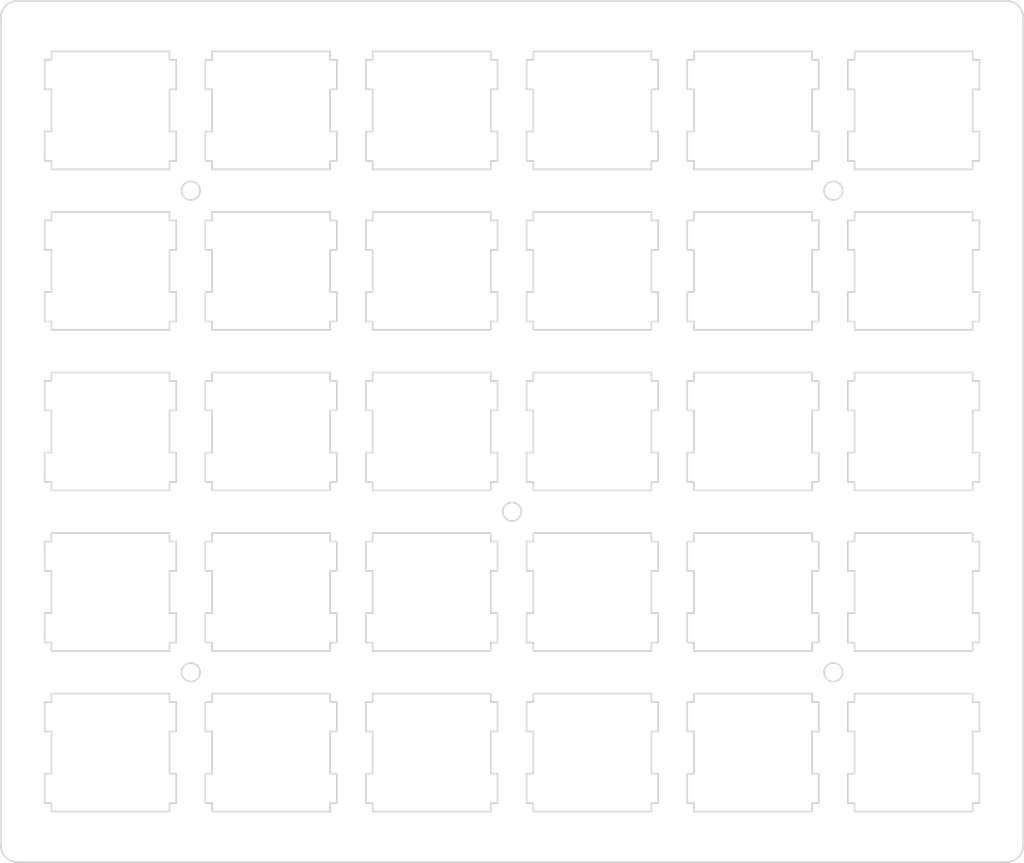
<source format=kicad_pcb>
(kicad_pcb (version 20171130) (host pcbnew 5.1.2)

  (general
    (thickness 1.6)
    (drawings 613)
    (tracks 0)
    (zones 0)
    (modules 0)
    (nets 1)
  )

  (page A4)
  (layers
    (0 F.Cu signal)
    (31 B.Cu signal)
    (32 B.Adhes user)
    (33 F.Adhes user)
    (34 B.Paste user)
    (35 F.Paste user)
    (36 B.SilkS user)
    (37 F.SilkS user)
    (38 B.Mask user)
    (39 F.Mask user)
    (40 Dwgs.User user)
    (41 Cmts.User user)
    (42 Eco1.User user)
    (43 Eco2.User user)
    (44 Edge.Cuts user)
    (45 Margin user)
    (46 B.CrtYd user)
    (47 F.CrtYd user)
    (48 B.Fab user)
    (49 F.Fab user)
  )

  (setup
    (last_trace_width 0.25)
    (trace_clearance 0.2)
    (zone_clearance 0.508)
    (zone_45_only no)
    (trace_min 0.2)
    (via_size 0.8)
    (via_drill 0.4)
    (via_min_size 0.4)
    (via_min_drill 0.3)
    (uvia_size 0.3)
    (uvia_drill 0.1)
    (uvias_allowed no)
    (uvia_min_size 0.2)
    (uvia_min_drill 0.1)
    (edge_width 0.05)
    (segment_width 0.2)
    (pcb_text_width 0.3)
    (pcb_text_size 1.5 1.5)
    (mod_edge_width 0.12)
    (mod_text_size 1 1)
    (mod_text_width 0.15)
    (pad_size 1.524 1.524)
    (pad_drill 0.762)
    (pad_to_mask_clearance 0.051)
    (solder_mask_min_width 0.25)
    (aux_axis_origin 0 0)
    (visible_elements FFFFFF7F)
    (pcbplotparams
      (layerselection 0x010fc_ffffffff)
      (usegerberextensions false)
      (usegerberattributes false)
      (usegerberadvancedattributes false)
      (creategerberjobfile false)
      (excludeedgelayer true)
      (linewidth 0.100000)
      (plotframeref false)
      (viasonmask false)
      (mode 1)
      (useauxorigin false)
      (hpglpennumber 1)
      (hpglpenspeed 20)
      (hpglpendiameter 15.000000)
      (psnegative false)
      (psa4output false)
      (plotreference true)
      (plotvalue true)
      (plotinvisibletext false)
      (padsonsilk false)
      (subtractmaskfromsilk false)
      (outputformat 1)
      (mirror false)
      (drillshape 1)
      (scaleselection 1)
      (outputdirectory ""))
  )

  (net 0 "")

  (net_class Default "This is the default net class."
    (clearance 0.2)
    (trace_width 0.25)
    (via_dia 0.8)
    (via_drill 0.4)
    (uvia_dia 0.3)
    (uvia_drill 0.1)
  )

  (gr_line (start 203.05 56) (end 202.25 56) (layer Edge.Cuts) (width 0.2))
  (gr_line (start 203.05 52.5) (end 203.05 56) (layer Edge.Cuts) (width 0.2))
  (gr_line (start 202.25 56) (end 202.25 57) (layer Edge.Cuts) (width 0.2))
  (gr_line (start 202.25 52.5) (end 203.05 52.5) (layer Edge.Cuts) (width 0.2))
  (gr_line (start 202.25 57) (end 188.25 57) (layer Edge.Cuts) (width 0.2))
  (gr_line (start 202.25 47.5) (end 202.25 52.5) (layer Edge.Cuts) (width 0.2))
  (gr_line (start 188.25 56) (end 188.25 57) (layer Edge.Cuts) (width 0.2))
  (gr_line (start 203.05 47.5) (end 202.25 47.5) (layer Edge.Cuts) (width 0.2))
  (gr_line (start 188.25 56) (end 187.45 56) (layer Edge.Cuts) (width 0.2))
  (gr_line (start 203.05 44) (end 203.05 47.5) (layer Edge.Cuts) (width 0.2))
  (gr_line (start 187.45 52.5) (end 187.45 56) (layer Edge.Cuts) (width 0.2))
  (gr_line (start 203.05 44) (end 202.25 44) (layer Edge.Cuts) (width 0.2))
  (gr_line (start 187.45 52.5) (end 188.25 52.5) (layer Edge.Cuts) (width 0.2))
  (gr_line (start 202.25 43) (end 202.25 44) (layer Edge.Cuts) (width 0.2))
  (gr_line (start 188.25 52.5) (end 188.25 47.499999) (layer Edge.Cuts) (width 0.2))
  (gr_line (start 188.25 43) (end 202.25 43) (layer Edge.Cuts) (width 0.2))
  (gr_line (start 188.25 47.499999) (end 187.449999 47.5) (layer Edge.Cuts) (width 0.2))
  (gr_line (start 188.25 44) (end 188.25 43) (layer Edge.Cuts) (width 0.2))
  (gr_line (start 187.45 47.5) (end 187.45 44) (layer Edge.Cuts) (width 0.2))
  (gr_line (start 187.45 44) (end 188.25 44) (layer Edge.Cuts) (width 0.2))
  (gr_circle (center 185.725 59.525) (end 186.825 59.525) (layer Edge.Cuts) (width 0.2))
  (gr_circle (center 109.525 59.525) (end 110.625 59.525) (layer Edge.Cuts) (width 0.2))
  (gr_line (start 126.85 56) (end 126.05 56) (layer Edge.Cuts) (width 0.2))
  (gr_line (start 126.85 52.5) (end 126.85 56) (layer Edge.Cuts) (width 0.2))
  (gr_line (start 126.05 56) (end 126.05 57) (layer Edge.Cuts) (width 0.2))
  (gr_line (start 126.05 52.5) (end 126.85 52.5) (layer Edge.Cuts) (width 0.2))
  (gr_line (start 126.05 57) (end 112.05 57) (layer Edge.Cuts) (width 0.2))
  (gr_line (start 126.05 47.5) (end 126.05 52.5) (layer Edge.Cuts) (width 0.2))
  (gr_line (start 112.05 56) (end 112.05 57) (layer Edge.Cuts) (width 0.2))
  (gr_line (start 126.85 47.5) (end 126.05 47.5) (layer Edge.Cuts) (width 0.2))
  (gr_line (start 112.05 56) (end 111.25 56) (layer Edge.Cuts) (width 0.2))
  (gr_line (start 126.85 44) (end 126.85 47.5) (layer Edge.Cuts) (width 0.2))
  (gr_line (start 111.25 52.5) (end 111.25 56) (layer Edge.Cuts) (width 0.2))
  (gr_line (start 126.85 44) (end 126.05 44) (layer Edge.Cuts) (width 0.2))
  (gr_line (start 111.25 52.5) (end 112.05 52.5) (layer Edge.Cuts) (width 0.2))
  (gr_line (start 126.05 43) (end 126.05 44) (layer Edge.Cuts) (width 0.2))
  (gr_line (start 112.05 52.5) (end 112.05 47.499999) (layer Edge.Cuts) (width 0.2))
  (gr_line (start 112.05 43) (end 126.05 43) (layer Edge.Cuts) (width 0.2))
  (gr_line (start 112.05 47.499999) (end 111.249999 47.5) (layer Edge.Cuts) (width 0.2))
  (gr_line (start 112.05 44) (end 112.05 43) (layer Edge.Cuts) (width 0.2))
  (gr_line (start 111.249999 47.5) (end 111.25 44) (layer Edge.Cuts) (width 0.2))
  (gr_line (start 111.25 44) (end 112.05 44) (layer Edge.Cuts) (width 0.2))
  (gr_line (start 107.8 56) (end 107 56) (layer Edge.Cuts) (width 0.2))
  (gr_line (start 107.8 52.5) (end 107.8 56) (layer Edge.Cuts) (width 0.2))
  (gr_line (start 107 56) (end 107 57) (layer Edge.Cuts) (width 0.2))
  (gr_line (start 107 52.5) (end 107.8 52.5) (layer Edge.Cuts) (width 0.2))
  (gr_line (start 107 57) (end 93 57) (layer Edge.Cuts) (width 0.2))
  (gr_line (start 107 47.5) (end 107 52.5) (layer Edge.Cuts) (width 0.2))
  (gr_line (start 93 56) (end 93 57) (layer Edge.Cuts) (width 0.2))
  (gr_line (start 107.8 47.5) (end 107 47.5) (layer Edge.Cuts) (width 0.2))
  (gr_line (start 93 56) (end 92.2 56) (layer Edge.Cuts) (width 0.2))
  (gr_line (start 107.8 44) (end 107.8 47.5) (layer Edge.Cuts) (width 0.2))
  (gr_line (start 92.2 52.5) (end 92.2 56) (layer Edge.Cuts) (width 0.2))
  (gr_line (start 107.8 44) (end 107 44) (layer Edge.Cuts) (width 0.2))
  (gr_line (start 92.2 52.5) (end 93 52.5) (layer Edge.Cuts) (width 0.2))
  (gr_line (start 107 43) (end 107 44) (layer Edge.Cuts) (width 0.2))
  (gr_line (start 93 52.5) (end 93 47.499999) (layer Edge.Cuts) (width 0.2))
  (gr_line (start 93 43) (end 107 43) (layer Edge.Cuts) (width 0.2))
  (gr_line (start 93 47.499999) (end 92.199999 47.5) (layer Edge.Cuts) (width 0.2))
  (gr_line (start 93 44) (end 93 43) (layer Edge.Cuts) (width 0.2))
  (gr_line (start 92.199999 47.5) (end 92.2 44) (layer Edge.Cuts) (width 0.2))
  (gr_line (start 92.2 44) (end 93 44) (layer Edge.Cuts) (width 0.2))
  (gr_line (start 145.9 56) (end 145.1 56) (layer Edge.Cuts) (width 0.2))
  (gr_line (start 145.9 52.5) (end 145.9 56) (layer Edge.Cuts) (width 0.2))
  (gr_line (start 145.1 56) (end 145.1 57) (layer Edge.Cuts) (width 0.2))
  (gr_line (start 145.1 52.5) (end 145.9 52.5) (layer Edge.Cuts) (width 0.2))
  (gr_line (start 145.1 57) (end 131.1 57) (layer Edge.Cuts) (width 0.2))
  (gr_line (start 145.1 47.5) (end 145.1 52.5) (layer Edge.Cuts) (width 0.2))
  (gr_line (start 131.1 56) (end 131.1 57) (layer Edge.Cuts) (width 0.2))
  (gr_line (start 145.9 47.5) (end 145.1 47.5) (layer Edge.Cuts) (width 0.2))
  (gr_line (start 131.1 56) (end 130.3 56) (layer Edge.Cuts) (width 0.2))
  (gr_line (start 145.9 44) (end 145.9 47.5) (layer Edge.Cuts) (width 0.2))
  (gr_line (start 130.3 52.5) (end 130.3 56) (layer Edge.Cuts) (width 0.2))
  (gr_line (start 145.9 44) (end 145.1 44) (layer Edge.Cuts) (width 0.2))
  (gr_line (start 130.3 52.5) (end 131.1 52.5) (layer Edge.Cuts) (width 0.2))
  (gr_line (start 145.1 43) (end 145.1 44) (layer Edge.Cuts) (width 0.2))
  (gr_line (start 131.1 52.5) (end 131.1 47.499999) (layer Edge.Cuts) (width 0.2))
  (gr_line (start 131.1 43) (end 145.1 43) (layer Edge.Cuts) (width 0.2))
  (gr_line (start 131.1 47.499999) (end 130.299999 47.5) (layer Edge.Cuts) (width 0.2))
  (gr_line (start 131.1 44) (end 131.1 43) (layer Edge.Cuts) (width 0.2))
  (gr_line (start 130.299999 47.5) (end 130.3 44) (layer Edge.Cuts) (width 0.2))
  (gr_line (start 130.3 44) (end 131.1 44) (layer Edge.Cuts) (width 0.2))
  (gr_line (start 164.95 56) (end 164.15 56) (layer Edge.Cuts) (width 0.2))
  (gr_line (start 164.95 52.5) (end 164.95 56) (layer Edge.Cuts) (width 0.2))
  (gr_line (start 164.15 56) (end 164.15 57) (layer Edge.Cuts) (width 0.2))
  (gr_line (start 164.15 52.5) (end 164.95 52.5) (layer Edge.Cuts) (width 0.2))
  (gr_line (start 164.15 57) (end 150.15 57) (layer Edge.Cuts) (width 0.2))
  (gr_line (start 164.15 47.5) (end 164.15 52.5) (layer Edge.Cuts) (width 0.2))
  (gr_line (start 150.15 56) (end 150.15 57) (layer Edge.Cuts) (width 0.2))
  (gr_line (start 164.95 47.5) (end 164.15 47.5) (layer Edge.Cuts) (width 0.2))
  (gr_line (start 150.15 56) (end 149.35 56) (layer Edge.Cuts) (width 0.2))
  (gr_line (start 164.95 44) (end 164.95 47.5) (layer Edge.Cuts) (width 0.2))
  (gr_line (start 149.35 52.5) (end 149.35 56) (layer Edge.Cuts) (width 0.2))
  (gr_line (start 164.95 44) (end 164.15 44) (layer Edge.Cuts) (width 0.2))
  (gr_line (start 149.35 52.5) (end 150.15 52.5) (layer Edge.Cuts) (width 0.2))
  (gr_line (start 164.15 43) (end 164.15 44) (layer Edge.Cuts) (width 0.2))
  (gr_line (start 150.15 52.5) (end 150.15 47.499999) (layer Edge.Cuts) (width 0.2))
  (gr_line (start 150.15 43) (end 164.15 43) (layer Edge.Cuts) (width 0.2))
  (gr_line (start 150.15 47.499999) (end 149.35 47.5) (layer Edge.Cuts) (width 0.2))
  (gr_line (start 150.15 44) (end 150.15 43) (layer Edge.Cuts) (width 0.2))
  (gr_line (start 149.35 47.5) (end 149.35 44) (layer Edge.Cuts) (width 0.2))
  (gr_line (start 149.35 44) (end 150.15 44) (layer Edge.Cuts) (width 0.2))
  (gr_line (start 184 56) (end 183.2 56) (layer Edge.Cuts) (width 0.2))
  (gr_line (start 184 52.5) (end 184 56) (layer Edge.Cuts) (width 0.2))
  (gr_line (start 183.2 56) (end 183.2 57) (layer Edge.Cuts) (width 0.2))
  (gr_line (start 183.2 52.5) (end 184 52.5) (layer Edge.Cuts) (width 0.2))
  (gr_line (start 183.2 57) (end 169.2 57) (layer Edge.Cuts) (width 0.2))
  (gr_line (start 183.2 47.5) (end 183.2 52.5) (layer Edge.Cuts) (width 0.2))
  (gr_line (start 169.2 56) (end 169.2 57) (layer Edge.Cuts) (width 0.2))
  (gr_line (start 184 47.5) (end 183.2 47.5) (layer Edge.Cuts) (width 0.2))
  (gr_line (start 169.2 56) (end 168.4 56) (layer Edge.Cuts) (width 0.2))
  (gr_line (start 184 44) (end 184 47.5) (layer Edge.Cuts) (width 0.2))
  (gr_line (start 168.4 52.5) (end 168.4 56) (layer Edge.Cuts) (width 0.2))
  (gr_line (start 184 44) (end 183.2 44) (layer Edge.Cuts) (width 0.2))
  (gr_line (start 168.4 52.5) (end 169.2 52.5) (layer Edge.Cuts) (width 0.2))
  (gr_line (start 183.2 43) (end 183.2 44) (layer Edge.Cuts) (width 0.2))
  (gr_line (start 169.2 52.5) (end 169.2 47.499999) (layer Edge.Cuts) (width 0.2))
  (gr_line (start 169.2 43) (end 183.2 43) (layer Edge.Cuts) (width 0.2))
  (gr_line (start 169.2 47.499999) (end 168.399999 47.5) (layer Edge.Cuts) (width 0.2))
  (gr_line (start 169.2 44) (end 169.2 43) (layer Edge.Cuts) (width 0.2))
  (gr_line (start 168.399999 47.5) (end 168.4 44) (layer Edge.Cuts) (width 0.2))
  (gr_line (start 168.4 44) (end 169.2 44) (layer Edge.Cuts) (width 0.2))
  (gr_line (start 107.8 75.05) (end 107 75.05) (layer Edge.Cuts) (width 0.2))
  (gr_line (start 107.8 71.55) (end 107.8 75.05) (layer Edge.Cuts) (width 0.2))
  (gr_line (start 107 75.05) (end 107 76.05) (layer Edge.Cuts) (width 0.2))
  (gr_line (start 107 71.55) (end 107.8 71.55) (layer Edge.Cuts) (width 0.2))
  (gr_line (start 107 76.05) (end 93 76.05) (layer Edge.Cuts) (width 0.2))
  (gr_line (start 107 66.55) (end 107 71.55) (layer Edge.Cuts) (width 0.2))
  (gr_line (start 93 75.05) (end 93 76.05) (layer Edge.Cuts) (width 0.2))
  (gr_line (start 107.8 66.55) (end 107 66.55) (layer Edge.Cuts) (width 0.2))
  (gr_line (start 93 75.05) (end 92.2 75.05) (layer Edge.Cuts) (width 0.2))
  (gr_line (start 107.8 63.05) (end 107.8 66.55) (layer Edge.Cuts) (width 0.2))
  (gr_line (start 92.2 71.55) (end 92.2 75.05) (layer Edge.Cuts) (width 0.2))
  (gr_line (start 107.8 63.05) (end 107 63.05) (layer Edge.Cuts) (width 0.2))
  (gr_line (start 92.2 71.55) (end 93 71.55) (layer Edge.Cuts) (width 0.2))
  (gr_line (start 107 62.05) (end 107 63.05) (layer Edge.Cuts) (width 0.2))
  (gr_line (start 93 71.55) (end 93 66.549999) (layer Edge.Cuts) (width 0.2))
  (gr_line (start 93 62.05) (end 107 62.05) (layer Edge.Cuts) (width 0.2))
  (gr_line (start 93 66.549999) (end 92.199999 66.55) (layer Edge.Cuts) (width 0.2))
  (gr_line (start 93 63.05) (end 93 62.05) (layer Edge.Cuts) (width 0.2))
  (gr_line (start 92.199999 66.55) (end 92.2 63.05) (layer Edge.Cuts) (width 0.2))
  (gr_line (start 92.2 63.05) (end 93 63.05) (layer Edge.Cuts) (width 0.2))
  (gr_line (start 126.85 75.05) (end 126.05 75.05) (layer Edge.Cuts) (width 0.2))
  (gr_line (start 126.85 71.55) (end 126.85 75.05) (layer Edge.Cuts) (width 0.2))
  (gr_line (start 126.05 75.05) (end 126.05 76.05) (layer Edge.Cuts) (width 0.2))
  (gr_line (start 126.05 71.55) (end 126.85 71.55) (layer Edge.Cuts) (width 0.2))
  (gr_line (start 126.05 76.05) (end 112.05 76.05) (layer Edge.Cuts) (width 0.2))
  (gr_line (start 126.05 66.55) (end 126.05 71.55) (layer Edge.Cuts) (width 0.2))
  (gr_line (start 112.05 75.05) (end 112.05 76.05) (layer Edge.Cuts) (width 0.2))
  (gr_line (start 126.85 66.55) (end 126.05 66.55) (layer Edge.Cuts) (width 0.2))
  (gr_line (start 112.05 75.05) (end 111.25 75.05) (layer Edge.Cuts) (width 0.2))
  (gr_line (start 126.85 63.05) (end 126.85 66.55) (layer Edge.Cuts) (width 0.2))
  (gr_line (start 111.25 71.55) (end 111.25 75.05) (layer Edge.Cuts) (width 0.2))
  (gr_line (start 126.85 63.05) (end 126.05 63.05) (layer Edge.Cuts) (width 0.2))
  (gr_line (start 111.25 71.55) (end 112.05 71.55) (layer Edge.Cuts) (width 0.2))
  (gr_line (start 126.05 62.05) (end 126.05 63.05) (layer Edge.Cuts) (width 0.2))
  (gr_line (start 112.05 71.55) (end 112.05 66.549999) (layer Edge.Cuts) (width 0.2))
  (gr_line (start 112.05 62.05) (end 126.05 62.05) (layer Edge.Cuts) (width 0.2))
  (gr_line (start 112.05 66.549999) (end 111.249999 66.55) (layer Edge.Cuts) (width 0.2))
  (gr_line (start 112.05 63.05) (end 112.05 62.05) (layer Edge.Cuts) (width 0.2))
  (gr_line (start 111.249999 66.55) (end 111.25 63.05) (layer Edge.Cuts) (width 0.2))
  (gr_line (start 111.25 63.05) (end 112.05 63.05) (layer Edge.Cuts) (width 0.2))
  (gr_line (start 164.95 75.05) (end 164.15 75.05) (layer Edge.Cuts) (width 0.2))
  (gr_line (start 164.95 71.55) (end 164.95 75.05) (layer Edge.Cuts) (width 0.2))
  (gr_line (start 164.15 75.05) (end 164.15 76.05) (layer Edge.Cuts) (width 0.2))
  (gr_line (start 164.15 71.55) (end 164.95 71.55) (layer Edge.Cuts) (width 0.2))
  (gr_line (start 164.15 76.05) (end 150.15 76.05) (layer Edge.Cuts) (width 0.2))
  (gr_line (start 164.15 66.55) (end 164.15 71.55) (layer Edge.Cuts) (width 0.2))
  (gr_line (start 150.15 75.05) (end 150.15 76.05) (layer Edge.Cuts) (width 0.2))
  (gr_line (start 164.95 66.55) (end 164.15 66.55) (layer Edge.Cuts) (width 0.2))
  (gr_line (start 150.15 75.05) (end 149.35 75.05) (layer Edge.Cuts) (width 0.2))
  (gr_line (start 164.95 63.05) (end 164.95 66.55) (layer Edge.Cuts) (width 0.2))
  (gr_line (start 149.35 71.55) (end 149.35 75.05) (layer Edge.Cuts) (width 0.2))
  (gr_line (start 164.95 63.05) (end 164.15 63.05) (layer Edge.Cuts) (width 0.2))
  (gr_line (start 149.35 71.55) (end 150.15 71.55) (layer Edge.Cuts) (width 0.2))
  (gr_line (start 164.15 62.05) (end 164.15 63.05) (layer Edge.Cuts) (width 0.2))
  (gr_line (start 150.15 71.55) (end 150.15 66.549999) (layer Edge.Cuts) (width 0.2))
  (gr_line (start 150.15 62.05) (end 164.15 62.05) (layer Edge.Cuts) (width 0.2))
  (gr_line (start 150.15 66.549999) (end 149.35 66.55) (layer Edge.Cuts) (width 0.2))
  (gr_line (start 150.15 63.05) (end 150.15 62.05) (layer Edge.Cuts) (width 0.2))
  (gr_line (start 149.35 66.55) (end 149.35 63.05) (layer Edge.Cuts) (width 0.2))
  (gr_line (start 149.35 63.05) (end 150.15 63.05) (layer Edge.Cuts) (width 0.2))
  (gr_line (start 145.9 75.05) (end 145.1 75.05) (layer Edge.Cuts) (width 0.2))
  (gr_line (start 145.9 71.55) (end 145.9 75.05) (layer Edge.Cuts) (width 0.2))
  (gr_line (start 145.1 75.05) (end 145.1 76.05) (layer Edge.Cuts) (width 0.2))
  (gr_line (start 145.1 71.55) (end 145.9 71.55) (layer Edge.Cuts) (width 0.2))
  (gr_line (start 145.1 76.05) (end 131.1 76.05) (layer Edge.Cuts) (width 0.2))
  (gr_line (start 145.1 66.55) (end 145.1 71.55) (layer Edge.Cuts) (width 0.2))
  (gr_line (start 131.1 75.05) (end 131.1 76.05) (layer Edge.Cuts) (width 0.2))
  (gr_line (start 145.9 66.55) (end 145.1 66.55) (layer Edge.Cuts) (width 0.2))
  (gr_line (start 131.1 75.05) (end 130.3 75.05) (layer Edge.Cuts) (width 0.2))
  (gr_line (start 145.9 63.05) (end 145.9 66.55) (layer Edge.Cuts) (width 0.2))
  (gr_line (start 130.3 71.55) (end 130.3 75.05) (layer Edge.Cuts) (width 0.2))
  (gr_line (start 145.9 63.05) (end 145.1 63.05) (layer Edge.Cuts) (width 0.2))
  (gr_line (start 130.3 71.55) (end 131.1 71.55) (layer Edge.Cuts) (width 0.2))
  (gr_line (start 145.1 62.05) (end 145.1 63.05) (layer Edge.Cuts) (width 0.2))
  (gr_line (start 131.1 71.55) (end 131.1 66.549999) (layer Edge.Cuts) (width 0.2))
  (gr_line (start 131.1 62.05) (end 145.1 62.05) (layer Edge.Cuts) (width 0.2))
  (gr_line (start 131.1 66.549999) (end 130.299999 66.55) (layer Edge.Cuts) (width 0.2))
  (gr_line (start 131.1 63.05) (end 131.1 62.05) (layer Edge.Cuts) (width 0.2))
  (gr_line (start 130.299999 66.55) (end 130.3 63.05) (layer Edge.Cuts) (width 0.2))
  (gr_line (start 130.3 63.05) (end 131.1 63.05) (layer Edge.Cuts) (width 0.2))
  (gr_line (start 184 75.05) (end 183.2 75.05) (layer Edge.Cuts) (width 0.2))
  (gr_line (start 184 71.55) (end 184 75.05) (layer Edge.Cuts) (width 0.2))
  (gr_line (start 183.2 75.05) (end 183.2 76.05) (layer Edge.Cuts) (width 0.2))
  (gr_line (start 183.2 71.55) (end 184 71.55) (layer Edge.Cuts) (width 0.2))
  (gr_line (start 183.2 76.05) (end 169.2 76.05) (layer Edge.Cuts) (width 0.2))
  (gr_line (start 183.2 66.55) (end 183.2 71.55) (layer Edge.Cuts) (width 0.2))
  (gr_line (start 169.2 75.05) (end 169.2 76.05) (layer Edge.Cuts) (width 0.2))
  (gr_line (start 184 66.55) (end 183.2 66.55) (layer Edge.Cuts) (width 0.2))
  (gr_line (start 169.2 75.05) (end 168.4 75.05) (layer Edge.Cuts) (width 0.2))
  (gr_line (start 184 63.05) (end 184 66.55) (layer Edge.Cuts) (width 0.2))
  (gr_line (start 168.4 71.55) (end 168.4 75.05) (layer Edge.Cuts) (width 0.2))
  (gr_line (start 184 63.05) (end 183.2 63.05) (layer Edge.Cuts) (width 0.2))
  (gr_line (start 168.4 71.55) (end 169.2 71.55) (layer Edge.Cuts) (width 0.2))
  (gr_line (start 183.2 62.05) (end 183.2 63.05) (layer Edge.Cuts) (width 0.2))
  (gr_line (start 169.2 71.55) (end 169.2 66.549999) (layer Edge.Cuts) (width 0.2))
  (gr_line (start 169.2 62.05) (end 183.2 62.05) (layer Edge.Cuts) (width 0.2))
  (gr_line (start 169.2 66.549999) (end 168.399999 66.55) (layer Edge.Cuts) (width 0.2))
  (gr_line (start 169.2 63.05) (end 169.2 62.05) (layer Edge.Cuts) (width 0.2))
  (gr_line (start 168.399999 66.55) (end 168.4 63.05) (layer Edge.Cuts) (width 0.2))
  (gr_line (start 168.4 63.05) (end 169.2 63.05) (layer Edge.Cuts) (width 0.2))
  (gr_line (start 203.05 75.05) (end 202.25 75.05) (layer Edge.Cuts) (width 0.2))
  (gr_line (start 203.05 71.55) (end 203.05 75.05) (layer Edge.Cuts) (width 0.2))
  (gr_line (start 202.25 75.05) (end 202.25 76.05) (layer Edge.Cuts) (width 0.2))
  (gr_line (start 202.25 71.55) (end 203.05 71.55) (layer Edge.Cuts) (width 0.2))
  (gr_line (start 202.25 76.05) (end 188.25 76.05) (layer Edge.Cuts) (width 0.2))
  (gr_line (start 202.25 66.55) (end 202.25 71.55) (layer Edge.Cuts) (width 0.2))
  (gr_line (start 188.25 75.05) (end 188.25 76.05) (layer Edge.Cuts) (width 0.2))
  (gr_line (start 203.05 66.55) (end 202.25 66.55) (layer Edge.Cuts) (width 0.2))
  (gr_line (start 188.25 75.05) (end 187.45 75.05) (layer Edge.Cuts) (width 0.2))
  (gr_line (start 203.05 63.05) (end 203.05 66.55) (layer Edge.Cuts) (width 0.2))
  (gr_line (start 187.45 71.55) (end 187.45 75.05) (layer Edge.Cuts) (width 0.2))
  (gr_line (start 203.05 63.05) (end 202.25 63.05) (layer Edge.Cuts) (width 0.2))
  (gr_line (start 187.45 71.55) (end 188.25 71.55) (layer Edge.Cuts) (width 0.2))
  (gr_line (start 202.25 62.05) (end 202.25 63.05) (layer Edge.Cuts) (width 0.2))
  (gr_line (start 188.25 71.55) (end 188.25 66.549999) (layer Edge.Cuts) (width 0.2))
  (gr_line (start 188.25 62.05) (end 202.25 62.05) (layer Edge.Cuts) (width 0.2))
  (gr_line (start 188.25 66.549999) (end 187.449999 66.55) (layer Edge.Cuts) (width 0.2))
  (gr_line (start 188.25 63.05) (end 188.25 62.05) (layer Edge.Cuts) (width 0.2))
  (gr_line (start 187.45 66.55) (end 187.45 63.05) (layer Edge.Cuts) (width 0.2))
  (gr_line (start 187.45 63.05) (end 188.25 63.05) (layer Edge.Cuts) (width 0.2))
  (gr_circle (center 147.625 97.625) (end 148.725 97.625) (layer Edge.Cuts) (width 0.2))
  (gr_line (start 126.85 94.1) (end 126.05 94.1) (layer Edge.Cuts) (width 0.2))
  (gr_line (start 126.85 90.6) (end 126.85 94.1) (layer Edge.Cuts) (width 0.2))
  (gr_line (start 126.05 94.1) (end 126.05 95.1) (layer Edge.Cuts) (width 0.2))
  (gr_line (start 126.05 90.6) (end 126.85 90.6) (layer Edge.Cuts) (width 0.2))
  (gr_line (start 126.05 95.1) (end 112.05 95.1) (layer Edge.Cuts) (width 0.2))
  (gr_line (start 126.05 85.6) (end 126.05 90.6) (layer Edge.Cuts) (width 0.2))
  (gr_line (start 112.05 94.1) (end 112.05 95.1) (layer Edge.Cuts) (width 0.2))
  (gr_line (start 126.85 85.6) (end 126.05 85.6) (layer Edge.Cuts) (width 0.2))
  (gr_line (start 112.05 94.1) (end 111.25 94.1) (layer Edge.Cuts) (width 0.2))
  (gr_line (start 126.85 82.1) (end 126.85 85.6) (layer Edge.Cuts) (width 0.2))
  (gr_line (start 111.25 90.6) (end 111.25 94.1) (layer Edge.Cuts) (width 0.2))
  (gr_line (start 126.85 82.1) (end 126.05 82.1) (layer Edge.Cuts) (width 0.2))
  (gr_line (start 111.25 90.6) (end 112.05 90.6) (layer Edge.Cuts) (width 0.2))
  (gr_line (start 126.05 81.1) (end 126.05 82.1) (layer Edge.Cuts) (width 0.2))
  (gr_line (start 112.05 90.6) (end 112.05 85.599999) (layer Edge.Cuts) (width 0.2))
  (gr_line (start 112.05 81.1) (end 126.05 81.1) (layer Edge.Cuts) (width 0.2))
  (gr_line (start 112.05 85.599999) (end 111.249999 85.6) (layer Edge.Cuts) (width 0.2))
  (gr_line (start 112.05 82.1) (end 112.05 81.1) (layer Edge.Cuts) (width 0.2))
  (gr_line (start 111.249999 85.6) (end 111.25 82.1) (layer Edge.Cuts) (width 0.2))
  (gr_line (start 111.25 82.1) (end 112.05 82.1) (layer Edge.Cuts) (width 0.2))
  (gr_line (start 107.8 94.1) (end 107 94.1) (layer Edge.Cuts) (width 0.2))
  (gr_line (start 107.8 90.6) (end 107.8 94.1) (layer Edge.Cuts) (width 0.2))
  (gr_line (start 107 94.1) (end 107 95.1) (layer Edge.Cuts) (width 0.2))
  (gr_line (start 107 90.6) (end 107.8 90.6) (layer Edge.Cuts) (width 0.2))
  (gr_line (start 107 95.1) (end 93 95.1) (layer Edge.Cuts) (width 0.2))
  (gr_line (start 107 85.6) (end 107 90.6) (layer Edge.Cuts) (width 0.2))
  (gr_line (start 93 94.1) (end 93 95.1) (layer Edge.Cuts) (width 0.2))
  (gr_line (start 107.8 85.6) (end 107 85.6) (layer Edge.Cuts) (width 0.2))
  (gr_line (start 93 94.1) (end 92.2 94.1) (layer Edge.Cuts) (width 0.2))
  (gr_line (start 107.8 82.1) (end 107.8 85.6) (layer Edge.Cuts) (width 0.2))
  (gr_line (start 92.2 90.6) (end 92.2 94.1) (layer Edge.Cuts) (width 0.2))
  (gr_line (start 107.8 82.1) (end 107 82.1) (layer Edge.Cuts) (width 0.2))
  (gr_line (start 92.2 90.6) (end 93 90.6) (layer Edge.Cuts) (width 0.2))
  (gr_line (start 107 81.1) (end 107 82.1) (layer Edge.Cuts) (width 0.2))
  (gr_line (start 93 90.6) (end 93 85.599999) (layer Edge.Cuts) (width 0.2))
  (gr_line (start 93 81.1) (end 107 81.1) (layer Edge.Cuts) (width 0.2))
  (gr_line (start 93 85.599999) (end 92.199999 85.6) (layer Edge.Cuts) (width 0.2))
  (gr_line (start 93 82.1) (end 93 81.1) (layer Edge.Cuts) (width 0.2))
  (gr_line (start 92.199999 85.6) (end 92.2 82.1) (layer Edge.Cuts) (width 0.2))
  (gr_line (start 92.2 82.1) (end 93 82.1) (layer Edge.Cuts) (width 0.2))
  (gr_line (start 203.05 94.1) (end 202.25 94.1) (layer Edge.Cuts) (width 0.2))
  (gr_line (start 203.05 90.6) (end 203.05 94.1) (layer Edge.Cuts) (width 0.2))
  (gr_line (start 202.25 94.1) (end 202.25 95.1) (layer Edge.Cuts) (width 0.2))
  (gr_line (start 202.25 90.6) (end 203.05 90.6) (layer Edge.Cuts) (width 0.2))
  (gr_line (start 202.25 95.1) (end 188.25 95.1) (layer Edge.Cuts) (width 0.2))
  (gr_line (start 202.25 85.6) (end 202.25 90.6) (layer Edge.Cuts) (width 0.2))
  (gr_line (start 188.25 94.1) (end 188.25 95.1) (layer Edge.Cuts) (width 0.2))
  (gr_line (start 203.05 85.6) (end 202.25 85.6) (layer Edge.Cuts) (width 0.2))
  (gr_line (start 188.25 94.1) (end 187.45 94.1) (layer Edge.Cuts) (width 0.2))
  (gr_line (start 203.05 82.1) (end 203.05 85.6) (layer Edge.Cuts) (width 0.2))
  (gr_line (start 187.45 90.6) (end 187.45 94.1) (layer Edge.Cuts) (width 0.2))
  (gr_line (start 203.05 82.1) (end 202.25 82.1) (layer Edge.Cuts) (width 0.2))
  (gr_line (start 187.45 90.6) (end 188.25 90.6) (layer Edge.Cuts) (width 0.2))
  (gr_line (start 202.25 81.1) (end 202.25 82.1) (layer Edge.Cuts) (width 0.2))
  (gr_line (start 188.25 90.6) (end 188.25 85.599999) (layer Edge.Cuts) (width 0.2))
  (gr_line (start 188.25 81.1) (end 202.25 81.1) (layer Edge.Cuts) (width 0.2))
  (gr_line (start 188.25 85.599999) (end 187.449999 85.6) (layer Edge.Cuts) (width 0.2))
  (gr_line (start 188.25 82.1) (end 188.25 81.1) (layer Edge.Cuts) (width 0.2))
  (gr_line (start 187.45 85.6) (end 187.45 82.1) (layer Edge.Cuts) (width 0.2))
  (gr_line (start 187.45 82.1) (end 188.25 82.1) (layer Edge.Cuts) (width 0.2))
  (gr_line (start 184 94.1) (end 183.2 94.1) (layer Edge.Cuts) (width 0.2))
  (gr_line (start 184 90.6) (end 184 94.1) (layer Edge.Cuts) (width 0.2))
  (gr_line (start 183.2 94.1) (end 183.2 95.1) (layer Edge.Cuts) (width 0.2))
  (gr_line (start 183.2 90.6) (end 184 90.6) (layer Edge.Cuts) (width 0.2))
  (gr_line (start 183.2 95.1) (end 169.2 95.1) (layer Edge.Cuts) (width 0.2))
  (gr_line (start 183.2 85.6) (end 183.2 90.6) (layer Edge.Cuts) (width 0.2))
  (gr_line (start 169.2 94.1) (end 169.2 95.1) (layer Edge.Cuts) (width 0.2))
  (gr_line (start 184 85.6) (end 183.2 85.6) (layer Edge.Cuts) (width 0.2))
  (gr_line (start 169.2 94.1) (end 168.4 94.1) (layer Edge.Cuts) (width 0.2))
  (gr_line (start 184 82.1) (end 184 85.6) (layer Edge.Cuts) (width 0.2))
  (gr_line (start 168.4 90.6) (end 168.4 94.1) (layer Edge.Cuts) (width 0.2))
  (gr_line (start 184 82.1) (end 183.2 82.1) (layer Edge.Cuts) (width 0.2))
  (gr_line (start 168.4 90.6) (end 169.2 90.6) (layer Edge.Cuts) (width 0.2))
  (gr_line (start 183.2 81.1) (end 183.2 82.1) (layer Edge.Cuts) (width 0.2))
  (gr_line (start 169.2 90.6) (end 169.2 85.599999) (layer Edge.Cuts) (width 0.2))
  (gr_line (start 169.2 81.1) (end 183.2 81.1) (layer Edge.Cuts) (width 0.2))
  (gr_line (start 169.2 85.599999) (end 168.399999 85.6) (layer Edge.Cuts) (width 0.2))
  (gr_line (start 169.2 82.1) (end 169.2 81.1) (layer Edge.Cuts) (width 0.2))
  (gr_line (start 168.399999 85.6) (end 168.4 82.1) (layer Edge.Cuts) (width 0.2))
  (gr_line (start 168.4 82.1) (end 169.2 82.1) (layer Edge.Cuts) (width 0.2))
  (gr_line (start 164.95 94.1) (end 164.15 94.1) (layer Edge.Cuts) (width 0.2))
  (gr_line (start 164.95 90.6) (end 164.95 94.1) (layer Edge.Cuts) (width 0.2))
  (gr_line (start 164.15 94.1) (end 164.15 95.1) (layer Edge.Cuts) (width 0.2))
  (gr_line (start 164.15 90.6) (end 164.95 90.6) (layer Edge.Cuts) (width 0.2))
  (gr_line (start 164.15 95.1) (end 150.15 95.1) (layer Edge.Cuts) (width 0.2))
  (gr_line (start 164.15 85.6) (end 164.15 90.6) (layer Edge.Cuts) (width 0.2))
  (gr_line (start 150.15 94.1) (end 150.15 95.1) (layer Edge.Cuts) (width 0.2))
  (gr_line (start 164.95 85.6) (end 164.15 85.6) (layer Edge.Cuts) (width 0.2))
  (gr_line (start 150.15 94.1) (end 149.35 94.1) (layer Edge.Cuts) (width 0.2))
  (gr_line (start 164.95 82.1) (end 164.95 85.6) (layer Edge.Cuts) (width 0.2))
  (gr_line (start 149.35 90.6) (end 149.35 94.1) (layer Edge.Cuts) (width 0.2))
  (gr_line (start 164.95 82.1) (end 164.15 82.1) (layer Edge.Cuts) (width 0.2))
  (gr_line (start 149.35 90.6) (end 150.15 90.6) (layer Edge.Cuts) (width 0.2))
  (gr_line (start 164.15 81.1) (end 164.15 82.1) (layer Edge.Cuts) (width 0.2))
  (gr_line (start 150.15 90.6) (end 150.15 85.599999) (layer Edge.Cuts) (width 0.2))
  (gr_line (start 150.15 81.1) (end 164.15 81.1) (layer Edge.Cuts) (width 0.2))
  (gr_line (start 150.15 85.599999) (end 149.35 85.6) (layer Edge.Cuts) (width 0.2))
  (gr_line (start 150.15 82.1) (end 150.15 81.1) (layer Edge.Cuts) (width 0.2))
  (gr_line (start 149.35 85.6) (end 149.35 82.1) (layer Edge.Cuts) (width 0.2))
  (gr_line (start 149.35 82.1) (end 150.15 82.1) (layer Edge.Cuts) (width 0.2))
  (gr_line (start 145.9 94.1) (end 145.1 94.1) (layer Edge.Cuts) (width 0.2))
  (gr_line (start 145.9 90.6) (end 145.9 94.1) (layer Edge.Cuts) (width 0.2))
  (gr_line (start 145.1 94.1) (end 145.1 95.1) (layer Edge.Cuts) (width 0.2))
  (gr_line (start 145.1 90.6) (end 145.9 90.6) (layer Edge.Cuts) (width 0.2))
  (gr_line (start 145.1 95.1) (end 131.1 95.1) (layer Edge.Cuts) (width 0.2))
  (gr_line (start 145.1 85.6) (end 145.1 90.6) (layer Edge.Cuts) (width 0.2))
  (gr_line (start 131.1 94.1) (end 131.1 95.1) (layer Edge.Cuts) (width 0.2))
  (gr_line (start 145.9 85.6) (end 145.1 85.6) (layer Edge.Cuts) (width 0.2))
  (gr_line (start 131.1 94.1) (end 130.3 94.1) (layer Edge.Cuts) (width 0.2))
  (gr_line (start 145.9 82.1) (end 145.9 85.6) (layer Edge.Cuts) (width 0.2))
  (gr_line (start 130.3 90.6) (end 130.3 94.1) (layer Edge.Cuts) (width 0.2))
  (gr_line (start 145.9 82.1) (end 145.1 82.1) (layer Edge.Cuts) (width 0.2))
  (gr_line (start 130.3 90.6) (end 131.1 90.6) (layer Edge.Cuts) (width 0.2))
  (gr_line (start 145.1 81.1) (end 145.1 82.1) (layer Edge.Cuts) (width 0.2))
  (gr_line (start 131.1 90.6) (end 131.1 85.599999) (layer Edge.Cuts) (width 0.2))
  (gr_line (start 131.1 81.1) (end 145.1 81.1) (layer Edge.Cuts) (width 0.2))
  (gr_line (start 131.1 85.599999) (end 130.299999 85.6) (layer Edge.Cuts) (width 0.2))
  (gr_line (start 131.1 82.1) (end 131.1 81.1) (layer Edge.Cuts) (width 0.2))
  (gr_line (start 130.299999 85.6) (end 130.3 82.1) (layer Edge.Cuts) (width 0.2))
  (gr_line (start 130.3 82.1) (end 131.1 82.1) (layer Edge.Cuts) (width 0.2))
  (gr_line (start 203.05 113.15) (end 202.25 113.15) (layer Edge.Cuts) (width 0.2))
  (gr_line (start 203.05 109.65) (end 203.05 113.15) (layer Edge.Cuts) (width 0.2))
  (gr_line (start 202.25 113.15) (end 202.25 114.15) (layer Edge.Cuts) (width 0.2))
  (gr_line (start 202.25 109.65) (end 203.05 109.65) (layer Edge.Cuts) (width 0.2))
  (gr_line (start 202.25 114.15) (end 188.25 114.15) (layer Edge.Cuts) (width 0.2))
  (gr_line (start 202.25 104.65) (end 202.25 109.65) (layer Edge.Cuts) (width 0.2))
  (gr_line (start 188.25 113.15) (end 188.25 114.15) (layer Edge.Cuts) (width 0.2))
  (gr_line (start 203.05 104.65) (end 202.25 104.65) (layer Edge.Cuts) (width 0.2))
  (gr_line (start 188.25 113.15) (end 187.45 113.15) (layer Edge.Cuts) (width 0.2))
  (gr_line (start 203.05 101.15) (end 203.05 104.65) (layer Edge.Cuts) (width 0.2))
  (gr_line (start 187.45 109.65) (end 187.45 113.15) (layer Edge.Cuts) (width 0.2))
  (gr_line (start 203.05 101.15) (end 202.25 101.15) (layer Edge.Cuts) (width 0.2))
  (gr_line (start 187.45 109.65) (end 188.25 109.65) (layer Edge.Cuts) (width 0.2))
  (gr_line (start 202.25 100.15) (end 202.25 101.15) (layer Edge.Cuts) (width 0.2))
  (gr_line (start 188.25 109.65) (end 188.25 104.649999) (layer Edge.Cuts) (width 0.2))
  (gr_line (start 188.25 100.15) (end 202.25 100.15) (layer Edge.Cuts) (width 0.2))
  (gr_line (start 188.25 104.649999) (end 187.449999 104.65) (layer Edge.Cuts) (width 0.2))
  (gr_line (start 188.25 101.15) (end 188.25 100.15) (layer Edge.Cuts) (width 0.2))
  (gr_line (start 187.45 104.65) (end 187.45 101.15) (layer Edge.Cuts) (width 0.2))
  (gr_line (start 187.45 101.15) (end 188.25 101.15) (layer Edge.Cuts) (width 0.2))
  (gr_line (start 188.25 120.2) (end 188.25 119.2) (layer Edge.Cuts) (width 0.2))
  (gr_line (start 188.25 119.2) (end 202.25 119.2) (layer Edge.Cuts) (width 0.2))
  (gr_line (start 202.25 119.2) (end 202.25 120.2) (layer Edge.Cuts) (width 0.2))
  (gr_line (start 203.05 120.2) (end 202.25 120.2) (layer Edge.Cuts) (width 0.2))
  (gr_line (start 203.05 120.2) (end 203.05 123.7) (layer Edge.Cuts) (width 0.2))
  (gr_line (start 203.05 123.7) (end 202.25 123.7) (layer Edge.Cuts) (width 0.2))
  (gr_line (start 202.25 123.7) (end 202.25 128.699999) (layer Edge.Cuts) (width 0.2))
  (gr_line (start 202.25 128.699999) (end 203.05 128.699999) (layer Edge.Cuts) (width 0.2))
  (gr_line (start 203.05 128.699999) (end 203.05 132.199999) (layer Edge.Cuts) (width 0.2))
  (gr_line (start 203.05 132.199999) (end 202.25 132.199999) (layer Edge.Cuts) (width 0.2))
  (gr_line (start 202.25 132.199999) (end 202.25 133.199999) (layer Edge.Cuts) (width 0.2))
  (gr_line (start 202.25 133.199999) (end 188.25 133.199999) (layer Edge.Cuts) (width 0.2))
  (gr_line (start 188.25 132.199999) (end 188.25 133.199999) (layer Edge.Cuts) (width 0.2))
  (gr_line (start 188.25 132.199999) (end 187.45 132.199999) (layer Edge.Cuts) (width 0.2))
  (gr_line (start 187.45 128.699999) (end 187.45 132.199999) (layer Edge.Cuts) (width 0.2))
  (gr_line (start 187.45 128.699999) (end 188.25 128.699999) (layer Edge.Cuts) (width 0.2))
  (gr_line (start 188.25 128.699999) (end 188.25 123.699999) (layer Edge.Cuts) (width 0.2))
  (gr_line (start 188.25 123.699999) (end 187.449999 123.7) (layer Edge.Cuts) (width 0.2))
  (gr_line (start 187.45 123.7) (end 187.45 120.2) (layer Edge.Cuts) (width 0.2))
  (gr_line (start 187.45 120.2) (end 188.25 120.2) (layer Edge.Cuts) (width 0.2))
  (gr_line (start 184 132.199999) (end 183.2 132.199999) (layer Edge.Cuts) (width 0.2))
  (gr_line (start 184 128.699999) (end 184 132.199999) (layer Edge.Cuts) (width 0.2))
  (gr_line (start 183.2 132.199999) (end 183.2 133.199999) (layer Edge.Cuts) (width 0.2))
  (gr_line (start 183.2 128.699999) (end 184 128.699999) (layer Edge.Cuts) (width 0.2))
  (gr_line (start 183.2 133.199999) (end 169.2 133.199999) (layer Edge.Cuts) (width 0.2))
  (gr_line (start 183.2 123.7) (end 183.2 128.699999) (layer Edge.Cuts) (width 0.2))
  (gr_line (start 169.2 132.199999) (end 169.2 133.199999) (layer Edge.Cuts) (width 0.2))
  (gr_line (start 184 123.7) (end 183.2 123.7) (layer Edge.Cuts) (width 0.2))
  (gr_line (start 169.2 132.199999) (end 168.4 132.199999) (layer Edge.Cuts) (width 0.2))
  (gr_line (start 184 120.2) (end 184 123.7) (layer Edge.Cuts) (width 0.2))
  (gr_line (start 168.4 128.699999) (end 168.4 132.199999) (layer Edge.Cuts) (width 0.2))
  (gr_line (start 184 120.2) (end 183.2 120.2) (layer Edge.Cuts) (width 0.2))
  (gr_line (start 168.4 128.699999) (end 169.2 128.699999) (layer Edge.Cuts) (width 0.2))
  (gr_line (start 183.2 119.2) (end 183.2 120.2) (layer Edge.Cuts) (width 0.2))
  (gr_line (start 169.2 128.699999) (end 169.2 123.699999) (layer Edge.Cuts) (width 0.2))
  (gr_line (start 169.2 119.2) (end 183.2 119.2) (layer Edge.Cuts) (width 0.2))
  (gr_line (start 169.2 123.699999) (end 168.399999 123.7) (layer Edge.Cuts) (width 0.2))
  (gr_line (start 169.2 120.2) (end 169.2 119.2) (layer Edge.Cuts) (width 0.2))
  (gr_line (start 168.399999 123.7) (end 168.4 120.2) (layer Edge.Cuts) (width 0.2))
  (gr_line (start 168.4 120.2) (end 169.2 120.2) (layer Edge.Cuts) (width 0.2))
  (gr_line (start 184 113.15) (end 183.2 113.15) (layer Edge.Cuts) (width 0.2))
  (gr_line (start 184 109.65) (end 184 113.15) (layer Edge.Cuts) (width 0.2))
  (gr_line (start 183.2 113.15) (end 183.2 114.15) (layer Edge.Cuts) (width 0.2))
  (gr_line (start 183.2 109.65) (end 184 109.65) (layer Edge.Cuts) (width 0.2))
  (gr_line (start 183.2 114.15) (end 169.2 114.15) (layer Edge.Cuts) (width 0.2))
  (gr_line (start 183.2 104.65) (end 183.2 109.65) (layer Edge.Cuts) (width 0.2))
  (gr_line (start 169.2 113.15) (end 169.2 114.15) (layer Edge.Cuts) (width 0.2))
  (gr_line (start 184 104.65) (end 183.2 104.65) (layer Edge.Cuts) (width 0.2))
  (gr_line (start 169.2 113.15) (end 168.4 113.15) (layer Edge.Cuts) (width 0.2))
  (gr_line (start 184 101.15) (end 184 104.65) (layer Edge.Cuts) (width 0.2))
  (gr_line (start 168.4 109.65) (end 168.4 113.15) (layer Edge.Cuts) (width 0.2))
  (gr_line (start 184 101.15) (end 183.2 101.15) (layer Edge.Cuts) (width 0.2))
  (gr_line (start 168.4 109.65) (end 169.2 109.65) (layer Edge.Cuts) (width 0.2))
  (gr_line (start 183.2 100.15) (end 183.2 101.15) (layer Edge.Cuts) (width 0.2))
  (gr_line (start 169.2 109.65) (end 169.2 104.649999) (layer Edge.Cuts) (width 0.2))
  (gr_line (start 169.2 100.15) (end 183.2 100.15) (layer Edge.Cuts) (width 0.2))
  (gr_line (start 169.2 104.649999) (end 168.399999 104.65) (layer Edge.Cuts) (width 0.2))
  (gr_line (start 169.2 101.15) (end 169.2 100.15) (layer Edge.Cuts) (width 0.2))
  (gr_line (start 168.399999 104.65) (end 168.4 101.15) (layer Edge.Cuts) (width 0.2))
  (gr_line (start 168.4 101.15) (end 169.2 101.15) (layer Edge.Cuts) (width 0.2))
  (gr_circle (center 185.725 116.675) (end 186.825 116.675) (layer Edge.Cuts) (width 0.2))
  (gr_circle (center 109.525 116.675) (end 110.625 116.675) (layer Edge.Cuts) (width 0.2))
  (gr_line (start 107.8 132.199999) (end 107 132.199999) (layer Edge.Cuts) (width 0.2))
  (gr_line (start 107.8 128.699999) (end 107.8 132.199999) (layer Edge.Cuts) (width 0.2))
  (gr_line (start 107 132.199999) (end 107 133.199999) (layer Edge.Cuts) (width 0.2))
  (gr_line (start 107 128.699999) (end 107.8 128.699999) (layer Edge.Cuts) (width 0.2))
  (gr_line (start 107 133.199999) (end 93 133.199999) (layer Edge.Cuts) (width 0.2))
  (gr_line (start 107 123.7) (end 107 128.699999) (layer Edge.Cuts) (width 0.2))
  (gr_line (start 93 132.199999) (end 93 133.199999) (layer Edge.Cuts) (width 0.2))
  (gr_line (start 107.8 123.7) (end 107 123.7) (layer Edge.Cuts) (width 0.2))
  (gr_line (start 93 132.199999) (end 92.2 132.199999) (layer Edge.Cuts) (width 0.2))
  (gr_line (start 107.8 120.2) (end 107.8 123.7) (layer Edge.Cuts) (width 0.2))
  (gr_line (start 92.2 128.699999) (end 92.2 132.199999) (layer Edge.Cuts) (width 0.2))
  (gr_line (start 107.8 120.2) (end 107 120.2) (layer Edge.Cuts) (width 0.2))
  (gr_line (start 92.2 128.699999) (end 93 128.699999) (layer Edge.Cuts) (width 0.2))
  (gr_line (start 107 119.2) (end 107 120.2) (layer Edge.Cuts) (width 0.2))
  (gr_line (start 93 128.699999) (end 93 123.699999) (layer Edge.Cuts) (width 0.2))
  (gr_line (start 93 119.2) (end 107 119.2) (layer Edge.Cuts) (width 0.2))
  (gr_line (start 93 123.699999) (end 92.199999 123.7) (layer Edge.Cuts) (width 0.2))
  (gr_line (start 93 120.2) (end 93 119.2) (layer Edge.Cuts) (width 0.2))
  (gr_line (start 92.199999 123.7) (end 92.2 120.2) (layer Edge.Cuts) (width 0.2))
  (gr_line (start 92.2 120.2) (end 93 120.2) (layer Edge.Cuts) (width 0.2))
  (gr_line (start 107.8 113.15) (end 107 113.15) (layer Edge.Cuts) (width 0.2))
  (gr_line (start 107.8 109.65) (end 107.8 113.15) (layer Edge.Cuts) (width 0.2))
  (gr_line (start 107 113.15) (end 107 114.15) (layer Edge.Cuts) (width 0.2))
  (gr_line (start 107 109.65) (end 107.8 109.65) (layer Edge.Cuts) (width 0.2))
  (gr_line (start 107 114.15) (end 93 114.15) (layer Edge.Cuts) (width 0.2))
  (gr_line (start 107 104.65) (end 107 109.65) (layer Edge.Cuts) (width 0.2))
  (gr_line (start 93 113.15) (end 93 114.15) (layer Edge.Cuts) (width 0.2))
  (gr_line (start 107.8 104.65) (end 107 104.65) (layer Edge.Cuts) (width 0.2))
  (gr_line (start 93 113.15) (end 92.2 113.15) (layer Edge.Cuts) (width 0.2))
  (gr_line (start 107.8 101.15) (end 107.8 104.65) (layer Edge.Cuts) (width 0.2))
  (gr_line (start 92.2 109.65) (end 92.2 113.15) (layer Edge.Cuts) (width 0.2))
  (gr_line (start 107.8 101.15) (end 107 101.15) (layer Edge.Cuts) (width 0.2))
  (gr_line (start 92.2 109.65) (end 93 109.65) (layer Edge.Cuts) (width 0.2))
  (gr_line (start 107 100.15) (end 107 101.15) (layer Edge.Cuts) (width 0.2))
  (gr_line (start 93 109.65) (end 93 104.649999) (layer Edge.Cuts) (width 0.2))
  (gr_line (start 93 100.15) (end 107 100.15) (layer Edge.Cuts) (width 0.2))
  (gr_line (start 93 104.649999) (end 92.199999 104.65) (layer Edge.Cuts) (width 0.2))
  (gr_line (start 93 101.15) (end 93 100.15) (layer Edge.Cuts) (width 0.2))
  (gr_line (start 92.199999 104.65) (end 92.2 101.15) (layer Edge.Cuts) (width 0.2))
  (gr_line (start 92.2 101.15) (end 93 101.15) (layer Edge.Cuts) (width 0.2))
  (gr_line (start 145.9 132.199999) (end 145.1 132.199999) (layer Edge.Cuts) (width 0.2))
  (gr_line (start 145.9 128.699999) (end 145.9 132.199999) (layer Edge.Cuts) (width 0.2))
  (gr_line (start 145.1 132.199999) (end 145.1 133.199999) (layer Edge.Cuts) (width 0.2))
  (gr_line (start 145.1 128.699999) (end 145.9 128.699999) (layer Edge.Cuts) (width 0.2))
  (gr_line (start 145.1 133.199999) (end 131.1 133.199999) (layer Edge.Cuts) (width 0.2))
  (gr_line (start 145.1 123.7) (end 145.1 128.699999) (layer Edge.Cuts) (width 0.2))
  (gr_line (start 131.1 132.199999) (end 131.1 133.199999) (layer Edge.Cuts) (width 0.2))
  (gr_line (start 145.9 123.7) (end 145.1 123.7) (layer Edge.Cuts) (width 0.2))
  (gr_line (start 131.1 132.199999) (end 130.3 132.199999) (layer Edge.Cuts) (width 0.2))
  (gr_line (start 145.9 120.2) (end 145.9 123.7) (layer Edge.Cuts) (width 0.2))
  (gr_line (start 130.3 128.699999) (end 130.3 132.199999) (layer Edge.Cuts) (width 0.2))
  (gr_line (start 145.9 120.2) (end 145.1 120.2) (layer Edge.Cuts) (width 0.2))
  (gr_line (start 130.3 128.699999) (end 131.1 128.699999) (layer Edge.Cuts) (width 0.2))
  (gr_line (start 145.1 119.2) (end 145.1 120.2) (layer Edge.Cuts) (width 0.2))
  (gr_line (start 131.1 128.699999) (end 131.1 123.699999) (layer Edge.Cuts) (width 0.2))
  (gr_line (start 131.1 119.2) (end 145.1 119.2) (layer Edge.Cuts) (width 0.2))
  (gr_line (start 131.1 123.699999) (end 130.299999 123.7) (layer Edge.Cuts) (width 0.2))
  (gr_line (start 131.1 120.2) (end 131.1 119.2) (layer Edge.Cuts) (width 0.2))
  (gr_line (start 130.299999 123.7) (end 130.3 120.2) (layer Edge.Cuts) (width 0.2))
  (gr_line (start 130.3 120.2) (end 131.1 120.2) (layer Edge.Cuts) (width 0.2))
  (gr_line (start 164.95 132.199999) (end 164.15 132.199999) (layer Edge.Cuts) (width 0.2))
  (gr_line (start 164.95 128.699999) (end 164.95 132.199999) (layer Edge.Cuts) (width 0.2))
  (gr_line (start 164.15 132.199999) (end 164.15 133.199999) (layer Edge.Cuts) (width 0.2))
  (gr_line (start 164.15 128.699999) (end 164.95 128.699999) (layer Edge.Cuts) (width 0.2))
  (gr_line (start 164.15 133.199999) (end 150.15 133.199999) (layer Edge.Cuts) (width 0.2))
  (gr_line (start 164.15 123.7) (end 164.15 128.699999) (layer Edge.Cuts) (width 0.2))
  (gr_line (start 150.15 132.199999) (end 150.15 133.199999) (layer Edge.Cuts) (width 0.2))
  (gr_line (start 164.95 123.7) (end 164.15 123.7) (layer Edge.Cuts) (width 0.2))
  (gr_line (start 150.15 132.199999) (end 149.35 132.199999) (layer Edge.Cuts) (width 0.2))
  (gr_line (start 164.95 120.2) (end 164.95 123.7) (layer Edge.Cuts) (width 0.2))
  (gr_line (start 149.35 128.699999) (end 149.35 132.199999) (layer Edge.Cuts) (width 0.2))
  (gr_line (start 164.95 120.2) (end 164.15 120.2) (layer Edge.Cuts) (width 0.2))
  (gr_line (start 149.35 128.699999) (end 150.15 128.699999) (layer Edge.Cuts) (width 0.2))
  (gr_line (start 164.15 119.2) (end 164.15 120.2) (layer Edge.Cuts) (width 0.2))
  (gr_line (start 150.15 128.699999) (end 150.15 123.699999) (layer Edge.Cuts) (width 0.2))
  (gr_line (start 150.15 119.2) (end 164.15 119.2) (layer Edge.Cuts) (width 0.2))
  (gr_line (start 150.15 123.699999) (end 149.35 123.7) (layer Edge.Cuts) (width 0.2))
  (gr_line (start 150.15 120.2) (end 150.15 119.2) (layer Edge.Cuts) (width 0.2))
  (gr_line (start 149.35 123.7) (end 149.35 120.2) (layer Edge.Cuts) (width 0.2))
  (gr_line (start 149.35 120.2) (end 150.15 120.2) (layer Edge.Cuts) (width 0.2))
  (gr_line (start 145.9 113.15) (end 145.1 113.15) (layer Edge.Cuts) (width 0.2))
  (gr_line (start 145.9 109.65) (end 145.9 113.15) (layer Edge.Cuts) (width 0.2))
  (gr_line (start 145.1 113.15) (end 145.1 114.15) (layer Edge.Cuts) (width 0.2))
  (gr_line (start 145.1 109.65) (end 145.9 109.65) (layer Edge.Cuts) (width 0.2))
  (gr_line (start 145.1 114.15) (end 131.1 114.15) (layer Edge.Cuts) (width 0.2))
  (gr_line (start 145.1 104.65) (end 145.1 109.65) (layer Edge.Cuts) (width 0.2))
  (gr_line (start 131.1 113.15) (end 131.1 114.15) (layer Edge.Cuts) (width 0.2))
  (gr_line (start 145.9 104.65) (end 145.1 104.65) (layer Edge.Cuts) (width 0.2))
  (gr_line (start 131.1 113.15) (end 130.3 113.15) (layer Edge.Cuts) (width 0.2))
  (gr_line (start 145.9 101.15) (end 145.9 104.65) (layer Edge.Cuts) (width 0.2))
  (gr_line (start 130.3 109.65) (end 130.3 113.15) (layer Edge.Cuts) (width 0.2))
  (gr_line (start 145.9 101.15) (end 145.1 101.15) (layer Edge.Cuts) (width 0.2))
  (gr_line (start 130.3 109.65) (end 131.1 109.65) (layer Edge.Cuts) (width 0.2))
  (gr_line (start 145.1 100.15) (end 145.1 101.15) (layer Edge.Cuts) (width 0.2))
  (gr_line (start 131.1 109.65) (end 131.1 104.649999) (layer Edge.Cuts) (width 0.2))
  (gr_line (start 131.1 100.15) (end 145.1 100.15) (layer Edge.Cuts) (width 0.2))
  (gr_line (start 131.1 104.649999) (end 130.299999 104.65) (layer Edge.Cuts) (width 0.2))
  (gr_line (start 131.1 101.15) (end 131.1 100.15) (layer Edge.Cuts) (width 0.2))
  (gr_line (start 130.299999 104.65) (end 130.3 101.15) (layer Edge.Cuts) (width 0.2))
  (gr_line (start 130.3 101.15) (end 131.1 101.15) (layer Edge.Cuts) (width 0.2))
  (gr_line (start 164.95 113.15) (end 164.15 113.15) (layer Edge.Cuts) (width 0.2))
  (gr_line (start 164.95 109.65) (end 164.95 113.15) (layer Edge.Cuts) (width 0.2))
  (gr_line (start 164.15 113.15) (end 164.15 114.15) (layer Edge.Cuts) (width 0.2))
  (gr_line (start 164.15 109.65) (end 164.95 109.65) (layer Edge.Cuts) (width 0.2))
  (gr_line (start 164.15 114.15) (end 150.15 114.15) (layer Edge.Cuts) (width 0.2))
  (gr_line (start 164.15 104.65) (end 164.15 109.65) (layer Edge.Cuts) (width 0.2))
  (gr_line (start 150.15 113.15) (end 150.15 114.15) (layer Edge.Cuts) (width 0.2))
  (gr_line (start 164.95 104.65) (end 164.15 104.65) (layer Edge.Cuts) (width 0.2))
  (gr_line (start 150.15 113.15) (end 149.35 113.15) (layer Edge.Cuts) (width 0.2))
  (gr_line (start 164.95 101.15) (end 164.95 104.65) (layer Edge.Cuts) (width 0.2))
  (gr_line (start 149.35 109.65) (end 149.35 113.15) (layer Edge.Cuts) (width 0.2))
  (gr_line (start 164.95 101.15) (end 164.15 101.15) (layer Edge.Cuts) (width 0.2))
  (gr_line (start 149.35 109.65) (end 150.15 109.65) (layer Edge.Cuts) (width 0.2))
  (gr_line (start 164.15 100.15) (end 164.15 101.15) (layer Edge.Cuts) (width 0.2))
  (gr_line (start 150.15 109.65) (end 150.15 104.649999) (layer Edge.Cuts) (width 0.2))
  (gr_line (start 150.15 100.15) (end 164.15 100.15) (layer Edge.Cuts) (width 0.2))
  (gr_line (start 150.15 104.649999) (end 149.35 104.65) (layer Edge.Cuts) (width 0.2))
  (gr_line (start 150.15 101.15) (end 150.15 100.15) (layer Edge.Cuts) (width 0.2))
  (gr_line (start 149.35 104.65) (end 149.35 101.15) (layer Edge.Cuts) (width 0.2))
  (gr_line (start 149.35 101.15) (end 150.15 101.15) (layer Edge.Cuts) (width 0.2))
  (gr_line (start 126.85 113.15) (end 126.05 113.15) (layer Edge.Cuts) (width 0.2))
  (gr_line (start 126.85 109.65) (end 126.85 113.15) (layer Edge.Cuts) (width 0.2))
  (gr_line (start 126.05 113.15) (end 126.05 114.15) (layer Edge.Cuts) (width 0.2))
  (gr_line (start 126.05 109.65) (end 126.85 109.65) (layer Edge.Cuts) (width 0.2))
  (gr_line (start 126.05 114.15) (end 112.05 114.15) (layer Edge.Cuts) (width 0.2))
  (gr_line (start 126.05 104.65) (end 126.05 109.65) (layer Edge.Cuts) (width 0.2))
  (gr_line (start 112.05 113.15) (end 112.05 114.15) (layer Edge.Cuts) (width 0.2))
  (gr_line (start 126.85 104.65) (end 126.05 104.65) (layer Edge.Cuts) (width 0.2))
  (gr_line (start 112.05 113.15) (end 111.25 113.15) (layer Edge.Cuts) (width 0.2))
  (gr_line (start 126.85 101.15) (end 126.85 104.65) (layer Edge.Cuts) (width 0.2))
  (gr_line (start 111.25 109.65) (end 111.25 113.15) (layer Edge.Cuts) (width 0.2))
  (gr_line (start 126.85 101.15) (end 126.05 101.15) (layer Edge.Cuts) (width 0.2))
  (gr_line (start 111.25 109.65) (end 112.05 109.65) (layer Edge.Cuts) (width 0.2))
  (gr_line (start 126.05 100.15) (end 126.05 101.15) (layer Edge.Cuts) (width 0.2))
  (gr_line (start 112.05 109.65) (end 112.05 104.649999) (layer Edge.Cuts) (width 0.2))
  (gr_line (start 112.05 100.15) (end 126.05 100.15) (layer Edge.Cuts) (width 0.2))
  (gr_line (start 112.05 104.649999) (end 111.249999 104.65) (layer Edge.Cuts) (width 0.2))
  (gr_line (start 112.05 101.15) (end 112.05 100.15) (layer Edge.Cuts) (width 0.2))
  (gr_line (start 111.249999 104.65) (end 111.25 101.15) (layer Edge.Cuts) (width 0.2))
  (gr_line (start 111.25 101.15) (end 112.05 101.15) (layer Edge.Cuts) (width 0.2))
  (gr_line (start 126.85 132.199999) (end 126.05 132.199999) (layer Edge.Cuts) (width 0.2))
  (gr_line (start 126.85 128.699999) (end 126.85 132.199999) (layer Edge.Cuts) (width 0.2))
  (gr_line (start 126.05 132.199999) (end 126.05 133.199999) (layer Edge.Cuts) (width 0.2))
  (gr_line (start 126.05 128.699999) (end 126.85 128.699999) (layer Edge.Cuts) (width 0.2))
  (gr_line (start 126.05 133.199999) (end 112.05 133.199999) (layer Edge.Cuts) (width 0.2))
  (gr_line (start 126.05 123.7) (end 126.05 128.699999) (layer Edge.Cuts) (width 0.2))
  (gr_line (start 112.05 132.199999) (end 112.05 133.199999) (layer Edge.Cuts) (width 0.2))
  (gr_line (start 126.85 123.7) (end 126.05 123.7) (layer Edge.Cuts) (width 0.2))
  (gr_line (start 112.05 132.199999) (end 111.25 132.199999) (layer Edge.Cuts) (width 0.2))
  (gr_line (start 126.85 120.2) (end 126.85 123.7) (layer Edge.Cuts) (width 0.2))
  (gr_line (start 111.25 128.699999) (end 111.25 132.199999) (layer Edge.Cuts) (width 0.2))
  (gr_line (start 126.85 120.2) (end 126.05 120.2) (layer Edge.Cuts) (width 0.2))
  (gr_line (start 111.25 128.699999) (end 112.05 128.699999) (layer Edge.Cuts) (width 0.2))
  (gr_line (start 126.05 119.2) (end 126.05 120.2) (layer Edge.Cuts) (width 0.2))
  (gr_line (start 112.05 128.699999) (end 112.05 123.699999) (layer Edge.Cuts) (width 0.2))
  (gr_line (start 112.05 119.2) (end 126.05 119.2) (layer Edge.Cuts) (width 0.2))
  (gr_line (start 112.05 123.699999) (end 111.249999 123.7) (layer Edge.Cuts) (width 0.2))
  (gr_line (start 112.05 120.2) (end 112.05 119.2) (layer Edge.Cuts) (width 0.2))
  (gr_line (start 111.249999 123.7) (end 111.25 120.2) (layer Edge.Cuts) (width 0.2))
  (gr_line (start 111.25 120.2) (end 112.05 120.2) (layer Edge.Cuts) (width 0.2))
  (gr_line (start 206.249999 37) (end 89 37) (layer Edge.Cuts) (width 0.2))
  (gr_arc (start 206.249999 39) (end 208.249999 39) (angle -90) (layer Edge.Cuts) (width 0.2))
  (gr_arc (start 89 39) (end 89 37) (angle -90) (layer Edge.Cuts) (width 0.2))
  (gr_line (start 208.25 137.2) (end 208.249999 39) (layer Edge.Cuts) (width 0.2))
  (gr_line (start 87 39) (end 87 137.2) (layer Edge.Cuts) (width 0.2))
  (gr_arc (start 206.25 137.2) (end 206.25 139.2) (angle -90) (layer Edge.Cuts) (width 0.2))
  (gr_arc (start 89 137.2) (end 87 137.2) (angle -90) (layer Edge.Cuts) (width 0.2))
  (gr_line (start 89 139.2) (end 206.25 139.2) (layer Edge.Cuts) (width 0.2))

)

</source>
